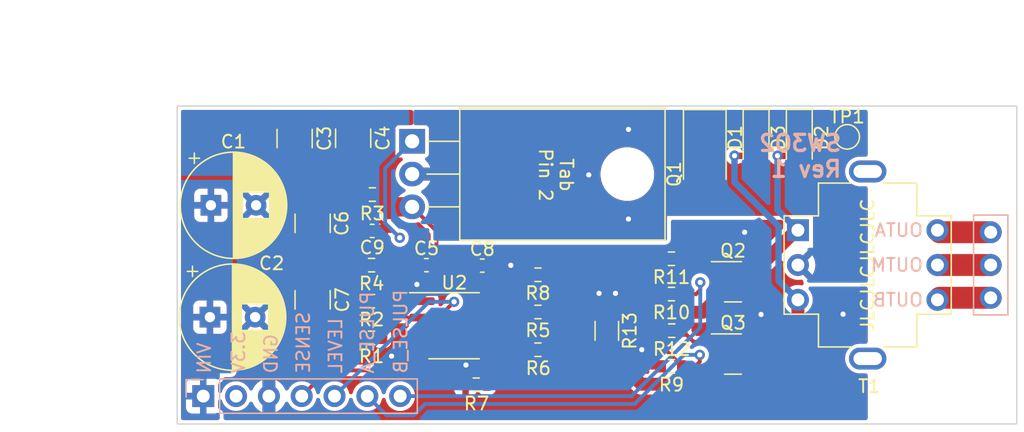
<source format=kicad_pcb>
(kicad_pcb (version 20211014) (generator pcbnew)
  (title_block (title "SW3O2") (date "2022-11-09") (rev "1") (company "saawsm"))
  (layers (0 "F.Cu" signal) (31 "B.Cu" signal) (34 "B.Paste" user) (35 "F.Paste" user) (36 "B.SilkS" user "B.Silkscreen") (37 "F.SilkS" user "F.Silkscreen") (38 "B.Mask" user) (39 "F.Mask" user) (44 "Edge.Cuts" user))
  (net 0 "")
  (net 1 "+9V")
  (net 2 "GND")
  (net 3 "/I_SENSE")
  (net 4 "/I_LIMIT")
  (net 5 "/PULSE_A")
  (net 6 "/PULSE_B")
  (net 7 "Net-(D2-Pad2)")
  (net 8 "Net-(D3-Pad2)")
  (net 9 "/OUTB")
  (net 10 "/OUTM")
  (net 11 "/OUTA")
  (net 13 "/PULSE_SRC")
  (net 14 "Net-(D1-Pad1)")
  (net 15 "/V_SHUNT_N")
  (net 16 "Net-(C9-Pad2)")
  (net 17 "Net-(Q2-Pad1)")
  (net 18 "/V_SHUNT_P")
  (net 19 "Net-(Q3-Pad1)")
  (net 20 "Net-(R1-Pad1)")
  (net 21 "Net-(R2-Pad1)")
  (net 22 "Net-(R5-Pad2)")
  (net 23 "Net-(R6-Pad2)")
  (footprint "Package_TO_SOT_THT:TO-220-3_Horizontal_TabDown" (layer "F.Cu") (at 105.07 71.691707 -90)
    (fp_text reference "Q1" (at 2.536903 -20.290558 -90) (layer "F.SilkS"))
    (fp_text value "IRF9Z24NPBF")
    (pad "" np_thru_hole oval locked (at 2.54 -16.66 270) (size 3.5 3.5) (drill 3.5) (layers *.Cu *.Mask))
    (pad "1" thru_hole rect locked (at 0 0 270) (size 1.905 2) (drill 1.1) (layers *.Cu *.Mask) (net 16 "Net-(C9-Pad2)"))
    (pad "2" thru_hole oval locked (at 2.54 0 270) (size 1.905 2) (drill 1.1) (layers *.Cu *.Mask) (net 13 "/PULSE_SRC"))
    (pad "3" thru_hole oval locked (at 5.08 0 270) (size 1.905 2) (drill 1.1) (layers *.Cu *.Mask) (net 1 "+9V"))
  )
  (footprint "Diode_SMD:D_SOD-123F" (layer "F.Cu") (at 131.695804 71.419663 -90)
    (fp_text reference "D3" (at -0.005529 -1.728508 90) (layer "F.SilkS"))
    (fp_text value "DSS14UTR")
    (pad "1" smd rect locked (at -1.4 0 270) (size 1.1 1.1) (layers "F.Cu" "F.Paste" "F.Mask") (net 14 "Net-(D1-Pad1)"))
    (pad "2" smd rect locked (at 1.4 0 270) (size 1.1 1.1) (layers "F.Cu" "F.Paste" "F.Mask") (net 8 "Net-(D3-Pad2)"))
  )
  (footprint "Resistor_SMD:R_0603_1608Metric" (layer "F.Cu") (at 101.989696 75.817638)
    (fp_text reference "R3" (at 0 1.475323) (layer "F.SilkS"))
    (fp_text value "2K")
    (pad "1" smd roundrect locked (at -0.825 0) (size 0.8 0.95) (layers "F.Cu" "F.Paste" "F.Mask") (net 16 "Net-(C9-Pad2)"))
    (pad "2" smd roundrect locked (at 0.825 0) (size 0.8 0.95) (layers "F.Cu" "F.Paste" "F.Mask") (net 1 "+9V"))
  )
  (footprint "Diode_SMD:D_SOD-123F" (layer "F.Cu") (at 135.040545 71.419663 -90)
    (fp_text reference "D2" (at 0.006427 -1.727155 90) (layer "F.SilkS"))
    (fp_text value "DSS14UTR")
    (pad "1" smd rect locked (at -1.4 0 270) (size 1.1 1.1) (layers "F.Cu" "F.Paste" "F.Mask") (net 14 "Net-(D1-Pad1)"))
    (pad "2" smd rect locked (at 1.4 0 270) (size 1.1 1.1) (layers "F.Cu" "F.Paste" "F.Mask") (net 7 "Net-(D2-Pad2)"))
  )
  (footprint "Resistor_SMD:R_0603_1608Metric" (layer "F.Cu") (at 101.92096 84.081424 180)
    (fp_text reference "R2" (at -0.015359 -1.431296 180) (layer "F.SilkS"))
    (fp_text value "10K")
    (pad "1" smd roundrect locked (at -0.825 0 180) (size 0.8 0.95) (layers "F.Cu" "F.Paste" "F.Mask") (net 21 "Net-(R2-Pad1)"))
    (pad "2" smd roundrect locked (at 0.825 0 180) (size 0.8 0.95) (layers "F.Cu" "F.Paste" "F.Mask") (net 20 "Net-(R1-Pad1)"))
  )
  (footprint "Capacitor_SMD:C_1210_3225Metric" (layer "F.Cu") (at 95.971021 71.47436 -90)
    (fp_text reference "C3" (at 0 -2.3 90) (layer "F.SilkS"))
    (fp_text value "22uF")
    (pad "1" smd roundrect locked (at -1.475 0 270) (size 1.15 2.7) (layers "F.Cu" "F.Paste" "F.Mask") (roundrect_rratio 0.2173913043) (net 1 "+9V"))
    (pad "2" smd roundrect locked (at 1.475 0 270) (size 1.15 2.7) (layers "F.Cu" "F.Paste" "F.Mask") (roundrect_rratio 0.2173913043) (net 2 "GND"))
  )
  (footprint "Capacitor_THT:CP_Radial_D8.0mm_P3.50mm" (layer "F.Cu") (at 89.489926 76.651202)
    (fp_text reference "C1" (at 1.742969 -4.928796) (layer "F.SilkS"))
    (fp_text value "470uF")
    (pad "1" thru_hole rect locked (at 0 0) (size 1.6 1.6) (drill 0.8) (layers *.Cu *.Mask) (net 1 "+9V"))
    (pad "2" thru_hole circle locked (at 3.5 0) (size 1.6 1.6) (drill 0.8) (layers *.Cu *.Mask) (net 2 "GND"))
  )
  (footprint "Resistor_SMD:R_0603_1608Metric" (layer "F.Cu") (at 125.147816 83.530326 180)
    (fp_text reference "R10" (at 0 -1.43) (layer "F.SilkS"))
    (fp_text value "10K")
    (pad "1" smd roundrect locked (at -0.825 0 180) (size 0.8 0.95) (layers "F.Cu" "F.Paste" "F.Mask") (net 6 "/PULSE_B"))
    (pad "2" smd roundrect locked (at 0.825 0 180) (size 0.8 0.95) (layers "F.Cu" "F.Paste" "F.Mask") (net 2 "GND"))
  )
  (footprint "Resistor_SMD:R_0603_1608Metric" (layer "F.Cu") (at 114.808 82.035834 180)
    (fp_text reference "R8" (at 0 -1.43) (layer "F.SilkS"))
    (fp_text value "100K")
    (pad "1" smd roundrect locked (at -0.825 0 180) (size 0.8 0.95) (layers "F.Cu" "F.Paste" "F.Mask") (net 22 "Net-(R5-Pad2)"))
    (pad "2" smd roundrect locked (at 0.825 0 180) (size 0.8 0.95) (layers "F.Cu" "F.Paste" "F.Mask") (net 3 "/I_SENSE"))
  )
  (footprint "Resistor_SMD:R_0603_1608Metric" (layer "F.Cu") (at 125.147816 89.131271 180)
    (fp_text reference "R9" (at 0 -1.43) (layer "F.SilkS"))
    (fp_text value "10K")
    (pad "1" smd roundrect locked (at -0.825 0 180) (size 0.8 0.95) (layers "F.Cu" "F.Paste" "F.Mask") (net 5 "/PULSE_A"))
    (pad "2" smd roundrect locked (at 0.825 0 180) (size 0.8 0.95) (layers "F.Cu" "F.Paste" "F.Mask") (net 2 "GND"))
  )
  (footprint "Resistor_SMD:R_0603_1608Metric" (layer "F.Cu") (at 125.143852 80.795367 180)
    (fp_text reference "R11" (at 0 -1.43) (layer "F.SilkS"))
    (fp_text value "100")
    (pad "1" smd roundrect locked (at -0.825 0 180) (size 0.8 0.95) (layers "F.Cu" "F.Paste" "F.Mask") (net 17 "Net-(Q2-Pad1)"))
    (pad "2" smd roundrect locked (at 0.825 0 180) (size 0.8 0.95) (layers "F.Cu" "F.Paste" "F.Mask") (net 6 "/PULSE_B"))
  )
  (footprint "Capacitor_SMD:C_0603_1608Metric" (layer "F.Cu") (at 106.176417 81.290318 180)
    (fp_text reference "C5" (at -0.005251 1.293432 180) (layer "F.SilkS"))
    (fp_text value "100nF")
    (pad "1" smd roundrect locked (at -0.775 0 180) (size 0.9 0.95) (layers "F.Cu" "F.Paste" "F.Mask") (net 1 "+9V"))
    (pad "2" smd roundrect locked (at 0.775 0 180) (size 0.9 0.95) (layers "F.Cu" "F.Paste" "F.Mask") (net 2 "GND"))
  )
  (footprint "TestPoint:TestPoint_Pad_D1.5mm" (layer "F.Cu") (at 138.750264 71.344993)
    (fp_text reference "TP1" (at 0 -1.563842) (layer "F.SilkS"))
    (fp_text value "PSRC")
    (pad "1" smd circle locked (at 0 0) (size 1.5 1.5) (layers "F.Cu" "F.Mask") (net 13 "/PULSE_SRC"))
  )
  (footprint "Package_TO_SOT_SMD:SOT-23" (layer "F.Cu") (at 129.910816 82.580326)
    (fp_text reference "Q2" (at 0 -2.4) (layer "F.SilkS"))
    (fp_text value "DMN2041L")
    (pad "1" smd roundrect locked (at -0.9375 -0.95) (size 1.475 0.6) (layers "F.Cu" "F.Paste" "F.Mask") (net 17 "Net-(Q2-Pad1)"))
    (pad "2" smd roundrect locked (at -0.9375 0.95) (size 1.475 0.6) (layers "F.Cu" "F.Paste" "F.Mask") (net 18 "/V_SHUNT_P"))
    (pad "3" smd roundrect locked (at 0.9375 0) (size 1.475 0.6) (layers "F.Cu" "F.Paste" "F.Mask") (net 7 "Net-(D2-Pad2)"))
  )
  (footprint "Resistor_SMD:R_0603_1608Metric" (layer "F.Cu") (at 101.923668 86.929593 180)
    (fp_text reference "R1" (at 0 -1.43) (layer "F.SilkS"))
    (fp_text value "10k")
    (pad "1" smd roundrect locked (at -0.825 0 180) (size 0.8 0.95) (layers "F.Cu" "F.Paste" "F.Mask") (net 20 "Net-(R1-Pad1)"))
    (pad "2" smd roundrect locked (at 0.825 0 180) (size 0.8 0.95) (layers "F.Cu" "F.Paste" "F.Mask") (net 2 "GND"))
  )
  (footprint "Resistor_SMD:R_0603_1608Metric" (layer "F.Cu") (at 125.164667 86.367413 180)
    (fp_text reference "R12" (at 0 -1.43) (layer "F.SilkS"))
    (fp_text value "100")
    (pad "1" smd roundrect locked (at -0.825 0 180) (size 0.8 0.95) (layers "F.Cu" "F.Paste" "F.Mask") (net 19 "Net-(Q3-Pad1)"))
    (pad "2" smd roundrect locked (at 0.825 0 180) (size 0.8 0.95) (layers "F.Cu" "F.Paste" "F.Mask") (net 5 "/PULSE_A"))
  )
  (footprint "SaawLib:SW32-MO_Header" (layer "F.Cu") (at 119.38 81.28)
    (fp_text reference "U1")
    (fp_text value "SW-32MO")
    (fp_text user "LEVEL" (at -20.239434 6.253036 90 unlocked) (layer "B.SilkS") (effects (justify mirror)))
    (fp_text user "OUTB" (at 23.296571 2.7 unlocked) (layer "B.SilkS") (effects (justify mirror)))
    (fp_text user "3.3V" (at -27.756241 6.776846 90 unlocked) (layer "B.SilkS") (effects (justify mirror)))
    (fp_text user "SENSE" (at -22.739434 6.014941 90 unlocked) (layer "B.SilkS") (effects (justify mirror)))
    (fp_text user "PULSE_A" (at -17.779434 5.229227 90 unlocked) (layer "B.SilkS") (effects (justify mirror)))
    (fp_text user "OUTA" (at 23.368 -2.7 unlocked) (layer "B.SilkS") (effects (justify mirror)))
    (fp_text user "PULSE_B" (at -15.195278 5.157798 90 unlocked) (layer "B.SilkS") (effects (justify mirror)))
    (fp_text user "VIN" (at -30.405819 7.205417 90 unlocked) (layer "B.SilkS") (effects (justify mirror)))
    (fp_text user "OUTM" (at 23.225143 0 unlocked) (layer "B.SilkS") (effects (justify mirror)))
    (fp_text user "GND" (at -25.239434 6.872084 90 unlocked) (layer "B.SilkS") (effects (justify mirror)))
    (pad "1" thru_hole rect locked (at -30.48 10.16 90) (size 1.7 1.7) (drill 1) (layers *.Cu *.Mask) (net 1 "+9V"))
    (pad "2" thru_hole oval locked (at -27.94 10.16 90) (size 1.7 1.7) (drill 1) (layers *.Cu *.Mask))
    (pad "3" thru_hole oval locked (at -25.4 10.16 90) (size 1.7 1.7) (drill 1) (layers *.Cu *.Mask) (net 2 "GND"))
    (pad "4" thru_hole oval locked (at -22.86 10.16 90) (size 1.7 1.7) (drill 1) (layers *.Cu *.Mask) (net 3 "/I_SENSE"))
    (pad "5" thru_hole oval locked (at -20.32 10.16 90) (size 1.7 1.7) (drill 1) (layers *.Cu *.Mask) (net 4 "/I_LIMIT"))
    (pad "6" thru_hole oval locked (at -17.78 10.16 90) (size 1.7 1.7) (drill 1) (layers *.Cu *.Mask) (net 5 "/PULSE_A"))
    (pad "7" thru_hole oval locked (at -15.24 10.16 90) (size 1.7 1.7) (drill 1) (layers *.Cu *.Mask) (net 6 "/PULSE_B"))
    (pad "8" thru_hole circle locked (at 30.48 -2.54) (size 1.7 1.7) (drill 1) (layers *.Cu *.Mask) (net 11 "/OUTA"))
    (pad "9" thru_hole oval locked (at 30.48 0) (size 1.7 1.7) (drill 1) (layers *.Cu *.Mask) (net 10 "/OUTM"))
    (pad "10" thru_hole oval locked (at 30.48 2.54) (size 1.7 1.7) (drill 1) (layers *.Cu *.Mask) (net 9 "/OUTB"))
  )
  (footprint "Diode_SMD:D_SMA" (layer "F.Cu") (at 127.72288 72.634663 -90)
    (fp_text reference "D1" (at -1.222684 -2.359905 90) (layer "F.SilkS"))
    (fp_text value "SML4746-E3/61")
    (pad "1" smd rect locked (at -2 0 270) (size 2.5 1.8) (layers "F.Cu" "F.Paste" "F.Mask") (net 14 "Net-(D1-Pad1)"))
    (pad "2" smd rect locked (at 2 0 270) (size 2.5 1.8) (layers "F.Cu" "F.Paste" "F.Mask") (net 13 "/PULSE_SRC"))
  )
  (footprint "Capacitor_SMD:C_0603_1608Metric" (layer "F.Cu") (at 110.497851 81.32504)
    (fp_text reference "C8" (at 0.004105 -1.271327) (layer "F.SilkS"))
    (fp_text value "1uF")
    (pad "1" smd roundrect locked (at -0.775 0) (size 0.9 0.95) (layers "F.Cu" "F.Paste" "F.Mask") (net 1 "+9V"))
    (pad "2" smd roundrect locked (at 0.775 0) (size 0.9 0.95) (layers "F.Cu" "F.Paste" "F.Mask") (net 2 "GND"))
  )
  (footprint "Resistor_SMD:R_0603_1608Metric" (layer "F.Cu") (at 114.808 84.920334 180)
    (fp_text reference "R5" (at 0 -1.43) (layer "F.SilkS"))
    (fp_text value "10k")
    (pad "1" smd roundrect locked (at -0.825 0 180) (size 0.8 0.95) (layers "F.Cu" "F.Paste" "F.Mask") (net 15 "/V_SHUNT_N"))
    (pad "2" smd roundrect locked (at 0.825 0 180) (size 0.8 0.95) (layers "F.Cu" "F.Paste" "F.Mask") (net 22 "Net-(R5-Pad2)"))
  )
  (footprint "NetTie:NetTie-2_SMD_Pad0.5mm" (layer "F.Cu") (at 117.602 84.920334)
    (fp_text reference "NT1" hide)
    (fp_text value "0.5 mm")
    (fp_poly (pts (xy -0.5 -0.25) (xy 0.5 -0.25) (xy 0.5 0.25) (xy -0.5 0.25)) (layer "F.Cu") (width 0) (fill solid))
    (pad "1" smd circle locked (at -0.5 0) (size 0.5 0.5) (layers "F.Cu") (net 15 "/V_SHUNT_N"))
    (pad "2" smd circle locked (at 0.5 0) (size 0.5 0.5) (layers "F.Cu") (net 2 "GND"))
  )
  (footprint "Capacitor_SMD:C_1210_3225Metric" (layer "F.Cu") (at 97.366043 83.979742 -90)
    (fp_text reference "C7" (at 0 -2.3 90) (layer "F.SilkS"))
    (fp_text value "22uF")
    (pad "1" smd roundrect locked (at -1.475 0 270) (size 1.15 2.7) (layers "F.Cu" "F.Paste" "F.Mask") (roundrect_rratio 0.2173913043) (net 1 "+9V"))
    (pad "2" smd roundrect locked (at 1.475 0 270) (size 1.15 2.7) (layers "F.Cu" "F.Paste" "F.Mask") (roundrect_rratio 0.2173913043) (net 2 "GND"))
  )
  (footprint "Capacitor_SMD:C_0603_1608Metric" (layer "F.Cu") (at 101.978916 78.638794)
    (fp_text reference "C9" (at 0 1.287405) (layer "F.SilkS"))
    (fp_text value "100nF")
    (pad "1" smd roundrect locked (at -0.775 0) (size 0.9 0.95) (layers "F.Cu" "F.Paste" "F.Mask") (net 2 "GND"))
    (pad "2" smd roundrect locked (at 0.775 0) (size 0.9 0.95) (layers "F.Cu" "F.Paste" "F.Mask") (net 16 "Net-(C9-Pad2)"))
  )
  (footprint "Capacitor_SMD:C_1210_3225Metric" (layer "F.Cu") (at 97.366043 78.050896 90)
    (fp_text reference "C6" (at 0 2.254234 90) (layer "F.SilkS"))
    (fp_text value "22uF")
    (pad "1" smd roundrect locked (at -1.475 0 90) (size 1.15 2.7) (layers "F.Cu" "F.Paste" "F.Mask") (roundrect_rratio 0.2173913043) (net 1 "+9V"))
    (pad "2" smd roundrect locked (at 1.475 0 90) (size 1.15 2.7) (layers "F.Cu" "F.Paste" "F.Mask") (roundrect_rratio 0.2173913043) (net 2 "GND"))
  )
  (footprint "Capacitor_SMD:C_1210_3225Metric" (layer "F.Cu") (at 100.50391 71.45412 -90)
    (fp_text reference "C4" (at 0 -2.3 90) (layer "F.SilkS"))
    (fp_text value "22uF")
    (pad "1" smd roundrect locked (at -1.475 0 270) (size 1.15 2.7) (layers "F.Cu" "F.Paste" "F.Mask") (roundrect_rratio 0.2173913043) (net 1 "+9V"))
    (pad "2" smd roundrect locked (at 1.475 0 270) (size 1.15 2.7) (layers "F.Cu" "F.Paste" "F.Mask") (roundrect_rratio 0.2173913043) (net 2 "GND"))
  )
  (footprint "Capacitor_THT:CP_Radial_D8.0mm_P3.50mm" (layer "F.Cu") (at 89.415192 85.320272)
    (fp_text reference "C2" (at 4.777956 -4.166805) (layer "F.SilkS"))
    (fp_text value "470uF")
    (pad "1" thru_hole rect locked (at 0 0) (size 1.6 1.6) (drill 0.8) (layers *.Cu *.Mask) (net 1 "+9V"))
    (pad "2" thru_hole circle locked (at 3.5 0) (size 1.6 1.6) (drill 0.8) (layers *.Cu *.Mask) (net 2 "GND"))
  )
  (footprint "Resistor_SMD:R_1206_3216Metric" (layer "F.Cu") (at 120.142 86.382834 90)
    (fp_text reference "R13" (at 0 1.778 270) (layer "F.SilkS"))
    (fp_text value "0.1")
    (pad "1" smd roundrect locked (at -1.4625 0 90) (size 1.125 1.75) (layers "F.Cu" "F.Paste" "F.Mask") (roundrect_rratio 0.2222222222) (net 18 "/V_SHUNT_P"))
    (pad "2" smd roundrect locked (at 1.4625 0 90) (size 1.125 1.75) (layers "F.Cu" "F.Paste" "F.Mask") (roundrect_rratio 0.2222222222) (net 2 "GND"))
  )
  (footprint "Package_TO_SOT_SMD:SOT-23" (layer "F.Cu") (at 129.910816 88.181271)
    (fp_text reference "Q3" (at 0 -2.414) (layer "F.SilkS"))
    (fp_text value "DMN2041L")
    (pad "1" smd roundrect locked (at -0.9375 -0.95) (size 1.475 0.6) (layers "F.Cu" "F.Paste" "F.Mask") (net 19 "Net-(Q3-Pad1)"))
    (pad "2" smd roundrect locked (at -0.9375 0.95) (size 1.475 0.6) (layers "F.Cu" "F.Paste" "F.Mask") (net 18 "/V_SHUNT_P"))
    (pad "3" smd roundrect locked (at 0.9375 0) (size 1.475 0.6) (layers "F.Cu" "F.Paste" "F.Mask") (net 8 "Net-(D3-Pad2)"))
  )
  (footprint "Resistor_SMD:R_0603_1608Metric" (layer "F.Cu") (at 101.928916 81.290318)
    (fp_text reference "R4" (at -0.000477 1.427774) (layer "F.SilkS"))
    (fp_text value "1K")
    (pad "1" smd roundrect locked (at -0.825 0) (size 0.8 0.95) (layers "F.Cu" "F.Paste" "F.Mask") (net 21 "Net-(R2-Pad1)"))
    (pad "2" smd roundrect locked (at 0.825 0) (size 0.8 0.95) (layers "F.Cu" "F.Paste" "F.Mask") (net 16 "Net-(C9-Pad2)"))
  )
  (footprint "SaawLib:42TL" (layer "F.Cu") (at 140.335 81.28)
    (fp_text reference "T1" (at 0.127 9.398 unlocked) (layer "F.SilkS"))
    (fp_text value "42TL004-RC")
    (pad "" thru_hole oval locked (at 0 7.25) (size 2.9 1.7) (drill oval 2.2 1) (layers *.Cu *.Mask))
    (pad "" thru_hole oval locked (at 0 -7.25) (size 2.9 1.7) (drill oval 2.2 1) (layers *.Cu *.Mask))
    (pad "1" thru_hole rect locked (at -5.4 -2.7) (size 1.7 1.7) (drill 1) (layers *.Cu *.Mask) (net 7 "Net-(D2-Pad2)"))
    (pad "2" thru_hole circle locked (at -5.4 0) (size 1.7 1.7) (drill 1) (layers *.Cu *.Mask) (net 13 "/PULSE_SRC"))
    (pad "3" thru_hole circle locked (at -5.4 2.7) (size 1.7 1.7) (drill 1) (layers *.Cu *.Mask) (net 8 "Net-(D3-Pad2)"))
    (pad "4" thru_hole circle locked (at 5.4 2.7) (size 1.7 1.7) (drill 1) (layers *.Cu *.Mask) (net 9 "/OUTB"))
    (pad "5" thru_hole circle locked (at 5.4 0) (size 1.7 1.7) (drill 1) (layers *.Cu *.Mask) (net 10 "/OUTM"))
    (pad "6" thru_hole circle locked (at 5.4 -2.7) (size 1.7 1.7) (drill 1) (layers *.Cu *.Mask) (net 11 "/OUTA"))
  )
  (footprint "Resistor_SMD:R_0603_1608Metric" (layer "F.Cu") (at 110.032225 90.558424 180)
    (fp_text reference "R7" (at -0.02012 -1.463635) (layer "F.SilkS"))
    (fp_text value "100K")
    (pad "1" smd roundrect locked (at -0.825 0 180) (size 0.8 0.95) (layers "F.Cu" "F.Paste" "F.Mask") (net 23 "Net-(R6-Pad2)"))
    (pad "2" smd roundrect locked (at 0.825 0 180) (size 0.8 0.95) (layers "F.Cu" "F.Paste" "F.Mask") (net 2 "GND"))
  )
  (footprint "Package_SO:SOIC-8_3.9x4.9mm_P1.27mm" (layer "F.Cu") (at 108.317225 85.986424)
    (fp_text reference "U2" (at 0.019247 -3.327503) (layer "F.SilkS"))
    (fp_text value "LM358ADT")
    (pad "1" smd roundrect locked (at -2.475 -1.905) (size 1.95 0.6) (layers "F.Cu" "F.Paste" "F.Mask") (net 21 "Net-(R2-Pad1)"))
    (pad "2" smd roundrect locked (at -2.475 -0.635) (size 1.95 0.6) (layers "F.Cu" "F.Paste" "F.Mask") (net 20 "Net-(R1-Pad1)"))
    (pad "3" smd roundrect locked (at -2.475 0.635) (size 1.95 0.6) (layers "F.Cu" "F.Paste" "F.Mask") (net 4 "/I_LIMIT"))
    (pad "4" smd roundrect locked (at -2.475 1.905) (size 1.95 0.6) (layers "F.Cu" "F.Paste" "F.Mask") (net 2 "GND"))
    (pad "5" smd roundrect locked (at 2.475 1.905) (size 1.95 0.6) (layers "F.Cu" "F.Paste" "F.Mask") (net 23 "Net-(R6-Pad2)"))
    (pad "6" smd roundrect locked (at 2.475 0.635) (size 1.95 0.6) (layers "F.Cu" "F.Paste" "F.Mask") (net 22 "Net-(R5-Pad2)"))
    (pad "7" smd roundrect locked (at 2.475 -0.635) (size 1.95 0.6) (layers "F.Cu" "F.Paste" "F.Mask") (net 3 "/I_SENSE"))
    (pad "8" smd roundrect locked (at 2.475 -1.905) (size 1.95 0.6) (layers "F.Cu" "F.Paste" "F.Mask") (net 1 "+9V"))
  )
  (footprint "Resistor_SMD:R_0603_1608Metric" (layer "F.Cu") (at 114.808 87.845334 180)
    (fp_text reference "R6" (at -0.026108 -1.440824 180) (layer "F.SilkS"))
    (fp_text value "10k")
    (pad "1" smd roundrect locked (at -0.825 0 180) (size 0.8 0.95) (layers "F.Cu" "F.Paste" "F.Mask") (net 18 "/V_SHUNT_P"))
    (pad "2" smd roundrect locked (at 0.825 0 180) (size 0.8 0.95) (layers "F.Cu" "F.Paste" "F.Mask") (net 23 "Net-(R6-Pad2)"))
  )
  (gr_rect locked (start 86.88 68.958086) (end 151.88 93.599589) (layer "Edge.Cuts") (width 0.1) (fill none))
  (gr_text "SW3O2\nRev 1" (at 138.43 72.84) (layer "B.SilkS") (effects (font (size 1.25 1.25) (thickness 0.25)) (justify left mirror)))
  (gr_text "JLCJLCJLCJLC" (at 140.335 81.28 90) (layer "F.SilkS") (effects (font (size 1 1))))
  (gr_text "Tab\nPin 2" (at 116.205 74.295 270) (layer "F.SilkS") (effects (font (size 1 1))))
  (segment locked (start 106.951417 81.290318) (end 106.951417 78.653124) (width 0.3) (layer "F.Cu") (net 1))
  (segment locked (start 109.688129 81.290318) (end 109.722851 81.32504) (width 0.3) (layer "F.Cu") (net 1))
  (segment locked (start 106.951417 81.290318) (end 109.688129 81.290318) (width 0.3) (layer "F.Cu") (net 1))
  (segment locked (start 109.722851 81.32504) (end 110.792225 82.394414) (width 0.3) (layer "F.Cu") (net 1))
  (segment locked (start 106.951417 78.653124) (end 105.07 76.771707) (width 0.3) (layer "F.Cu") (net 1))
  (segment locked (start 110.792225 82.394414) (end 110.792225 84.081424) (width 0.3) (layer "F.Cu") (net 1))
  (segment locked (start 118.102 84.920334) (end 120.142 84.920334) (width 0.3) (layer "F.Cu") (net 2))
  (via locked (at 120.810241 83.47509) (size 0.8) (drill 0.4) (layers "F.Cu" "B.Cu") (net 2))
  (via locked (at 132.08 85.112834) (size 0.8) (drill 0.4) (layers "F.Cu" "B.Cu") (net 2))
  (via locked (at 109.235975 89.031556) (size 0.8) (drill 0.4) (layers "F.Cu" "B.Cu") (net 2))
  (via locked (at 105.437768 82.783409) (size 0.8) (drill 0.4) (layers "F.Cu" "B.Cu") (net 2))
  (via locked (at 130.81 78.74) (size 0.8) (drill 0.4) (layers "F.Cu" "B.Cu") (net 2))
  (via locked (at 119.540241 83.47509) (size 0.8) (drill 0.4) (layers "F.Cu" "B.Cu") (net 2))
  (via locked (at 138.43 85.09) (size 0.8) (drill 0.4) (layers "F.Cu" "B.Cu") (net 2))
  (via locked (at 103.477327 88.3406) (size 0.8) (drill 0.4) (layers "F.Cu" "B.Cu") (net 2))
  (via locked (at 122.849822 87.841203) (size 0.8) (drill 0.4) (layers "F.Cu" "B.Cu") (net 2))
  (via locked (at 112.705568 81.303283) (size 0.8) (drill 0.4) (layers "F.Cu" "B.Cu") (net 2))
  (segment locked (start 108.755481 88.136328) (end 108.755481 86.27009) (width 0.3) (layer "F.Cu") (net 3))
  (segment locked (start 96.52 91.44) (end 98.512909 89.447091) (width 0.3) (layer "F.Cu") (net 3))
  (segment locked (start 110.792225 85.351424) (end 112.201763 85.351424) (width 0.3) (layer "F.Cu") (net 3))
  (segment locked (start 108.755481 86.27009) (end 109.674147 85.351424) (width 0.3) (layer "F.Cu") (net 3))
  (segment locked (start 113.973973 82.035834) (end 113.983 82.035834) (width 0.3) (layer "F.Cu") (net 3))
  (segment locked (start 112.751685 84.801502) (end 112.751685 83.258122) (width 0.3) (layer "F.Cu") (net 3))
  (segment locked (start 109.674147 85.351424) (end 110.792225 85.351424) (width 0.3) (layer "F.Cu") (net 3))
  (segment locked (start 112.751685 83.258122) (end 113.973973 82.035834) (width 0.3) (layer "F.Cu") (net 3))
  (segment locked (start 112.201763 85.351424) (end 112.751685 84.801502) (width 0.3) (layer "F.Cu") (net 3))
  (segment locked (start 98.512909 89.447091) (end 107.444718 89.447091) (width 0.3) (layer "F.Cu") (net 3))
  (segment locked (start 107.444718 89.447091) (end 108.755481 88.136328) (width 0.3) (layer "F.Cu") (net 3))
  (segment locked (start 107.525981 84.923889) (end 108.318219 84.131651) (width 0.3) (layer "F.Cu") (net 4))
  (segment locked (start 107.008704 86.621424) (end 107.525981 86.104147) (width 0.3) (layer "F.Cu") (net 4))
  (segment locked (start 105.842225 86.621424) (end 107.008704 86.621424) (width 0.3) (layer "F.Cu") (net 4))
  (segment locked (start 107.525981 86.104147) (end 107.525981 84.923889) (width 0.3) (layer "F.Cu") (net 4))
  (via locked (at 108.318219 84.131651) (size 0.8) (drill 0.4) (layers "F.Cu" "B.Cu") (net 4))
  (segment locked (start 106.368349 84.131651) (end 108.318219 84.131651) (width 0.3) (layer "B.Cu") (net 4))
  (segment locked (start 99.06 91.44) (end 106.368349 84.131651) (width 0.3) (layer "B.Cu") (net 4))
  (segment locked (start 126.980218 89.131271) (end 127.336005 88.775484) (width 0.3) (layer "F.Cu") (net 5))
  (segment locked (start 127.336005 88.775484) (end 127.336005 88.242479) (width 0.3) (layer "F.Cu") (net 5))
  (segment locked (start 124.339667 87.498122) (end 125.972816 89.131271) (width 0.3) (layer "F.Cu") (net 5))
  (segment locked (start 124.339667 86.367413) (end 124.339667 87.498122) (width 0.3) (layer "F.Cu") (net 5))
  (segment locked (start 125.972816 89.131271) (end 126.980218 89.131271) (width 0.3) (layer "F.Cu") (net 5))
  (via locked (at 127.336005 88.242479) (size 0.8) (drill 0.4) (layers "F.Cu" "B.Cu") (net 5))
  (segment locked (start 122.298306 92.051402) (end 126.107229 88.242479) (width 0.3) (layer "B.Cu") (net 5))
  (segment locked (start 105.195703 92.924297) (end 106.068598 92.051402) (width 0.3) (layer "B.Cu") (net 5))
  (segment locked (start 126.107229 88.242479) (end 127.336005 88.242479) (width 0.3) (layer "B.Cu") (net 5))
  (segment locked (start 106.068598 92.051402) (end 121.005472 92.051402) (width 0.3) (layer "B.Cu") (net 5))
  (segment locked (start 121.005472 92.051402) (end 122.298306 92.051402) (width 0.3) (layer "B.Cu") (net 5))
  (segment locked (start 103.084297 92.924297) (end 105.195703 92.924297) (width 0.3) (layer "B.Cu") (net 5))
  (segment locked (start 101.6 91.44) (end 103.084297 92.924297) (width 0.3) (layer "B.Cu") (net 5))
  (segment locked (start 124.318852 80.795367) (end 124.318852 81.876362) (width 0.3) (layer "F.Cu") (net 6))
  (segment locked (start 127.373957 83.20999) (end 127.373957 82.62559) (width 0.3) (layer "F.Cu") (net 6))
  (segment locked (start 124.318852 81.876362) (end 125.972816 83.530326) (width 0.3) (layer "F.Cu") (net 6))
  (segment locked (start 127.053621 83.530326) (end 127.373957 83.20999) (width 0.3) (layer "F.Cu") (net 6))
  (segment locked (start 125.972816 83.530326) (end 127.053621 83.530326) (width 0.3) (layer "F.Cu") (net 6))
  (via locked (at 127.373957 82.62559) (size 0.8) (drill 0.4) (layers "F.Cu" "B.Cu") (net 6))
  (segment locked (start 104.14 91.44) (end 120.763854 91.44) (width 0.3) (layer "B.Cu") (net 6))
  (segment locked (start 127.373957 86.122731) (end 127.373957 82.62559) (width 0.3) (layer "B.Cu") (net 6))
  (segment locked (start 120.763854 91.44) (end 122.056688 91.44) (width 0.3) (layer "B.Cu") (net 6))
  (segment locked (start 122.056688 91.44) (end 127.373957 86.122731) (width 0.3) (layer "B.Cu") (net 6))
  (segment locked (start 134.946334 72.819663) (end 133.369656 72.819663) (width 0.5) (layer "F.Cu") (net 7))
  (segment locked (start 133.369656 72.819663) (end 133.357584 72.807591) (width 0.3) (layer "F.Cu") (net 7))
  (segment locked (start 134.802834 78.58) (end 134.935 78.58) (width 1) (layer "F.Cu") (net 7))
  (segment locked (start 130.848316 82.534518) (end 134.802834 78.58) (width 1) (layer "F.Cu") (net 7))
  (segment locked (start 130.848316 82.580326) (end 130.848316 82.534518) (width 1) (layer "F.Cu") (net 7))
  (via locked (at 133.357584 72.807591) (size 0.8) (drill 0.4) (layers "F.Cu" "B.Cu") (net 7))
  (segment locked (start 133.357584 77.007342) (end 133.357584 72.807591) (width 0.5) (layer "B.Cu") (net 7))
  (segment locked (start 134.935 78.58) (end 134.930242 78.58) (width 0.3) (layer "B.Cu") (net 7))
  (segment locked (start 134.930242 78.58) (end 133.357584 77.007342) (width 0.5) (layer "B.Cu") (net 7))
  (segment locked (start 132.026563 88.181271) (end 134.935 85.272834) (width 1) (layer "F.Cu") (net 8))
  (segment locked (start 130.038706 72.819663) (end 130.026634 72.807591) (width 0.3) (layer "F.Cu") (net 8))
  (segment locked (start 134.935 85.272834) (end 134.935 83.98) (width 1) (layer "F.Cu") (net 8))
  (segment locked (start 130.848316 88.181271) (end 132.026563 88.181271) (width 1) (layer "F.Cu") (net 8))
  (segment locked (start 131.601593 72.819663) (end 130.038706 72.819663) (width 0.5) (layer "F.Cu") (net 8))
  (via locked (at 130.026634 72.807591) (size 0.8) (drill 0.4) (layers "F.Cu" "B.Cu") (net 8))
  (segment locked (start 133.436074 78.270383) (end 130.026634 74.860943) (width 0.5) (layer "B.Cu") (net 8))
  (segment locked (start 130.026634 74.860943) (end 130.026634 72.807591) (width 0.5) (layer "B.Cu") (net 8))
  (segment locked (start 133.436074 82.481074) (end 133.436074 78.270383) (width 0.5) (layer "B.Cu") (net 8))
  (segment locked (start 134.935 83.98) (end 133.436074 82.481074) (width 0.5) (layer "B.Cu") (net 8))
  (segment locked (start 149.86 83.82) (end 145.895 83.82) (width 1.7) (layer "F.Cu") (net 9))
  (segment locked (start 145.735 81.28) (end 149.86 81.28) (width 1.7) (layer "F.Cu") (net 10))
  (segment locked (start 149.86 78.74) (end 145.895 78.74) (width 1.7) (layer "F.Cu") (net 11))
  (via locked (at 121.816116 77.718359) (size 0.8) (drill 0.4) (layers "F.Cu" "B.Cu") (net 13))
  (via locked (at 121.816116 70.76959) (size 0.8) (drill 0.4) (layers "F.Cu" "B.Cu") (net 13))
  (via locked (at 118.745 74.295) (size 0.8) (drill 0.4) (layers "F.Cu" "B.Cu") (net 13))
  (segment locked (start 115.633 84.920334) (end 117.102 84.920334) (width 0.2) (layer "F.Cu") (net 15))
  (segment locked (start 102.753916 81.290318) (end 102.753916 78.638794) (width 0.3) (layer "F.Cu") (net 16))
  (segment locked (start 102.753916 78.638794) (end 103.581417 78.638794) (width 0.3) (layer "F.Cu") (net 16))
  (segment locked (start 102.753916 78.638794) (end 102.753916 78.033787) (width 0.3) (layer "F.Cu") (net 16))
  (segment locked (start 102.753916 78.033787) (end 101.164696 76.444567) (width 0.3) (layer "F.Cu") (net 16))
  (segment locked (start 103.581417 78.638794) (end 104.110493 79.16787) (width 0.3) (layer "F.Cu") (net 16))
  (segment locked (start 101.164696 76.444567) (end 101.164696 75.817638) (width 0.3) (layer "F.Cu") (net 16))
  (via locked (at 104.110493 79.16787) (size 0.8) (drill 0.4) (layers "F.Cu" "B.Cu") (net 16))
  (segment locked (start 102.979412 73.782295) (end 102.979412 78.036789) (width 0.3) (layer "B.Cu") (net 16))
  (segment locked (start 102.979412 78.036789) (end 104.110493 79.16787) (width 0.3) (layer "B.Cu") (net 16))
  (segment locked (start 105.07 71.691707) (end 102.979412 73.782295) (width 0.3) (layer "B.Cu") (net 16))
  (segment locked (start 128.973316 81.630326) (end 126.803811 81.630326) (width 0.3) (layer "F.Cu") (net 17))
  (segment locked (start 126.803811 81.630326) (end 125.968852 80.795367) (width 0.3) (layer "F.Cu") (net 17))
  (segment locked (start 120.142 87.845334) (end 120.142 87.845555) (width 1) (layer "F.Cu") (net 18))
  (segment locked (start 127.586723 90.517864) (end 128.973316 89.131271) (width 1) (layer "F.Cu") (net 18))
  (segment locked (start 122.814309 90.517864) (end 127.586723 90.517864) (width 1) (layer "F.Cu") (net 18))
  (segment locked (start 120.142 87.845555) (end 122.814309 90.517864) (width 1) (layer "F.Cu") (net 18))
  (segment locked (start 123.043894 84.94344) (end 120.142 87.845334) (width 1) (layer "F.Cu") (net 18))
  (segment locked (start 127.560202 84.94344) (end 123.043894 84.94344) (width 1) (layer "F.Cu") (net 18))
  (segment locked (start 128.973316 83.530326) (end 127.560202 84.94344) (width 1) (layer "F.Cu") (net 18))
  (segment locked (start 115.633 87.845334) (end 120.142 87.845334) (width 0.2) (layer "F.Cu") (net 18))
  (segment locked (start 126.853525 87.231271) (end 128.973316 87.231271) (width 0.3) (layer "F.Cu") (net 19))
  (segment locked (start 125.989667 86.367413) (end 126.853525 87.231271) (width 0.3) (layer "F.Cu") (net 19))
  (segment locked (start 102.831352 85.351424) (end 102.36596 85.351424) (width 0.3) (layer "F.Cu") (net 20))
  (segment locked (start 105.842225 85.351424) (end 102.831352 85.351424) (width 0.3) (layer "F.Cu") (net 20))
  (segment locked (start 102.36596 85.351424) (end 101.09596 84.081424) (width 0.3) (layer "F.Cu") (net 20))
  (segment locked (start 102.748668 85.434108) (end 102.831352 85.351424) (width 0.3) (layer "F.Cu") (net 20))
  (segment locked (start 102.748668 86.929593) (end 102.748668 85.434108) (width 0.3) (layer "F.Cu") (net 20))
  (segment locked (start 102.74596 84.081424) (end 105.842225 84.081424) (width 0.3) (layer "F.Cu") (net 21))
  (segment locked (start 102.74596 84.081424) (end 101.103916 82.43938) (width 0.3) (layer "F.Cu") (net 21))
  (segment locked (start 101.103916 82.43938) (end 101.103916 81.330602) (width 0.3) (layer "F.Cu") (net 21))
  (segment locked (start 113.206831 86.586253) (end 111.227527 86.586253) (width 0.3) (layer "F.Cu") (net 22))
  (segment locked (start 115.633 82.035834) (end 115.633 82.071995) (width 0.3) (layer "F.Cu") (net 22))
  (segment locked (start 115.633 82.071995) (end 113.983 83.721995) (width 0.3) (layer "F.Cu") (net 22))
  (segment locked (start 113.983 85.810084) (end 113.206831 86.586253) (width 0.3) (layer "F.Cu") (net 22))
  (segment locked (start 113.983 84.920334) (end 113.983 85.810084) (width 0.3) (layer "F.Cu") (net 22))
  (segment locked (start 113.983 83.721995) (end 113.983 84.920334) (width 0.3) (layer "F.Cu") (net 22))
  (segment locked (start 111.227527 87.856253) (end 113.972081 87.856253) (width 0.3) (layer "F.Cu") (net 23))
  (segment locked (start 113.972081 87.856253) (end 113.983 87.845334) (width 0.3) (layer "F.Cu") (net 23))
  (segment locked (start 110.792225 87.891424) (end 110.792225 90.493424) (width 0.3) (layer "F.Cu") (net 23))
  (zone locked (net 14) (net_name "Net-(D1-Pad1)") (layer "F.Cu") (priority 6) (connect_pads (clearance 0.3)) (min_thickness 0.3) (fill yes (thermal_gap 0.5) (thermal_bridge_width 0.5))
    (polygon (pts (xy 135.630611 71.956017) (xy 126.936043 71.956016) (xy 126.936042 69.215) (xy 135.63061 69.215001)))
  )
  (zone locked (net 1) (net_name "+9V") (layer "F.Cu") (priority 4) (connect_pads (clearance 0.3)) (min_thickness 0.3) (fill yes (thermal_gap 0.5) (thermal_bridge_width 0.5))
    (polygon (pts (xy 105.15667 77.719698) (xy 102.142205 77.729169) (xy 102.131942 72.28106) (xy 91.186 72.280676) (xy 91.186 77.978) (xy 99.06 77.978) (xy 99.06 83.988853) (xy 91.186 83.988853) (xy 91.186 89.662) (xy 90.17 89.662) (xy 90.17 93.472) (xy 86.868 93.472) (xy 86.868 68.834) (xy 105.148334 68.838189)))
  )
  (zone locked (net 13) (net_name "/PULSE_SRC") (layers F&B.Cu) (priority 2) (connect_pads (clearance 0.3)) (min_thickness 0.3) (fill yes (thermal_gap 0.5) (thermal_bridge_width 0.5))
    (polygon (pts (xy 140.335 82.648382) (xy 134.955044 82.648382) (xy 134.955045 79.948541) (xy 136.105797 79.948542) (xy 136.105796 77.470001) (xy 124.800546 77.470001) (xy 124.800547 79.400409) (xy 106.707673 79.400409) (xy 106.707671 78.111195) (xy 104.139999 78.111194) (xy 104.14 73.025) (xy 105.158583 73.025) (xy 105.158583 67.889043) (xy 140.335 67.889043)))
  )
  (zone locked (net 2) (net_name "GND") (layers F&B.Cu) (connect_pads (clearance 0.3)) (min_thickness 0.3) (fill yes (thermal_gap 0.5) (thermal_bridge_width 0.5))
    (polygon (pts (xy 140.335 68.58) (xy 140.335 94.234) (xy 86.36 94.234) (xy 86.36 68.326)))
  )
  (zone locked (net 1) (net_name "+9V") (layer "B.Cu") (priority 1) (connect_pads (clearance 0.3)) (min_thickness 0.3) (fill yes (thermal_gap 0.5) (thermal_bridge_width 0.5))
    (polygon (pts (xy 91.186 89.662) (xy 90.17 89.662) (xy 90.17 93.726) (xy 86.868 93.726) (xy 86.868 74.676) (xy 91.186 74.676)))
  )
)
</source>
